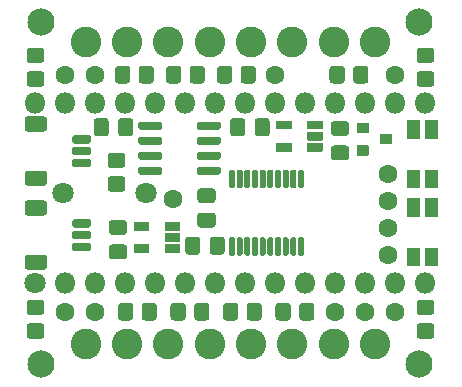
<source format=gbs>
G04 #@! TF.GenerationSoftware,KiCad,Pcbnew,(5.1.9)-1*
G04 #@! TF.CreationDate,2021-03-27T20:31:15-07:00*
G04 #@! TF.ProjectId,nibelung,6e696265-6c75-46e6-972e-6b696361645f,rev?*
G04 #@! TF.SameCoordinates,PX621abf0PY7065700*
G04 #@! TF.FileFunction,Soldermask,Bot*
G04 #@! TF.FilePolarity,Negative*
%FSLAX46Y46*%
G04 Gerber Fmt 4.6, Leading zero omitted, Abs format (unit mm)*
G04 Created by KiCad (PCBNEW (5.1.9)-1) date 2021-03-27 20:31:15*
%MOMM*%
%LPD*%
G01*
G04 APERTURE LIST*
%ADD10C,1.601600*%
%ADD11C,1.801600*%
%ADD12C,2.601600*%
%ADD13O,1.801600X1.801600*%
%ADD14C,2.301600*%
G04 APERTURE END LIST*
D10*
X6350000Y6223000D03*
X3810000Y6223000D03*
X31750000Y26289000D03*
X29210000Y6223000D03*
X12954000Y15748000D03*
X31750000Y6223000D03*
X26670000Y6223000D03*
X31115000Y17907000D03*
X31115000Y15621000D03*
X31115000Y11049000D03*
X31115000Y13335000D03*
G36*
G01*
X30471200Y20428000D02*
X30471200Y21228000D01*
G75*
G02*
X30522000Y21278800I50800J0D01*
G01*
X31422000Y21278800D01*
G75*
G02*
X31472800Y21228000I0J-50800D01*
G01*
X31472800Y20428000D01*
G75*
G02*
X31422000Y20377200I-50800J0D01*
G01*
X30522000Y20377200D01*
G75*
G02*
X30471200Y20428000I0J50800D01*
G01*
G37*
G36*
G01*
X28471200Y21378000D02*
X28471200Y22178000D01*
G75*
G02*
X28522000Y22228800I50800J0D01*
G01*
X29422000Y22228800D01*
G75*
G02*
X29472800Y22178000I0J-50800D01*
G01*
X29472800Y21378000D01*
G75*
G02*
X29422000Y21327200I-50800J0D01*
G01*
X28522000Y21327200D01*
G75*
G02*
X28471200Y21378000I0J50800D01*
G01*
G37*
G36*
G01*
X28471200Y19478000D02*
X28471200Y20278000D01*
G75*
G02*
X28522000Y20328800I50800J0D01*
G01*
X29422000Y20328800D01*
G75*
G02*
X29472800Y20278000I0J-50800D01*
G01*
X29472800Y19478000D01*
G75*
G02*
X29422000Y19427200I-50800J0D01*
G01*
X28522000Y19427200D01*
G75*
G02*
X28471200Y19478000I0J50800D01*
G01*
G37*
X21590000Y26289000D03*
X3810000Y26289000D03*
X6350000Y26289000D03*
G36*
G01*
X17777600Y12530800D02*
X18028400Y12530800D01*
G75*
G02*
X18153800Y12405400I0J-125400D01*
G01*
X18153800Y11079600D01*
G75*
G02*
X18028400Y10954200I-125400J0D01*
G01*
X17777600Y10954200D01*
G75*
G02*
X17652200Y11079600I0J125400D01*
G01*
X17652200Y12405400D01*
G75*
G02*
X17777600Y12530800I125400J0D01*
G01*
G37*
G36*
G01*
X18427600Y12530800D02*
X18678400Y12530800D01*
G75*
G02*
X18803800Y12405400I0J-125400D01*
G01*
X18803800Y11079600D01*
G75*
G02*
X18678400Y10954200I-125400J0D01*
G01*
X18427600Y10954200D01*
G75*
G02*
X18302200Y11079600I0J125400D01*
G01*
X18302200Y12405400D01*
G75*
G02*
X18427600Y12530800I125400J0D01*
G01*
G37*
G36*
G01*
X19077600Y12530800D02*
X19328400Y12530800D01*
G75*
G02*
X19453800Y12405400I0J-125400D01*
G01*
X19453800Y11079600D01*
G75*
G02*
X19328400Y10954200I-125400J0D01*
G01*
X19077600Y10954200D01*
G75*
G02*
X18952200Y11079600I0J125400D01*
G01*
X18952200Y12405400D01*
G75*
G02*
X19077600Y12530800I125400J0D01*
G01*
G37*
G36*
G01*
X19727600Y12530800D02*
X19978400Y12530800D01*
G75*
G02*
X20103800Y12405400I0J-125400D01*
G01*
X20103800Y11079600D01*
G75*
G02*
X19978400Y10954200I-125400J0D01*
G01*
X19727600Y10954200D01*
G75*
G02*
X19602200Y11079600I0J125400D01*
G01*
X19602200Y12405400D01*
G75*
G02*
X19727600Y12530800I125400J0D01*
G01*
G37*
G36*
G01*
X20377600Y12530800D02*
X20628400Y12530800D01*
G75*
G02*
X20753800Y12405400I0J-125400D01*
G01*
X20753800Y11079600D01*
G75*
G02*
X20628400Y10954200I-125400J0D01*
G01*
X20377600Y10954200D01*
G75*
G02*
X20252200Y11079600I0J125400D01*
G01*
X20252200Y12405400D01*
G75*
G02*
X20377600Y12530800I125400J0D01*
G01*
G37*
G36*
G01*
X21027600Y12530800D02*
X21278400Y12530800D01*
G75*
G02*
X21403800Y12405400I0J-125400D01*
G01*
X21403800Y11079600D01*
G75*
G02*
X21278400Y10954200I-125400J0D01*
G01*
X21027600Y10954200D01*
G75*
G02*
X20902200Y11079600I0J125400D01*
G01*
X20902200Y12405400D01*
G75*
G02*
X21027600Y12530800I125400J0D01*
G01*
G37*
G36*
G01*
X21677600Y12530800D02*
X21928400Y12530800D01*
G75*
G02*
X22053800Y12405400I0J-125400D01*
G01*
X22053800Y11079600D01*
G75*
G02*
X21928400Y10954200I-125400J0D01*
G01*
X21677600Y10954200D01*
G75*
G02*
X21552200Y11079600I0J125400D01*
G01*
X21552200Y12405400D01*
G75*
G02*
X21677600Y12530800I125400J0D01*
G01*
G37*
G36*
G01*
X22327600Y12530800D02*
X22578400Y12530800D01*
G75*
G02*
X22703800Y12405400I0J-125400D01*
G01*
X22703800Y11079600D01*
G75*
G02*
X22578400Y10954200I-125400J0D01*
G01*
X22327600Y10954200D01*
G75*
G02*
X22202200Y11079600I0J125400D01*
G01*
X22202200Y12405400D01*
G75*
G02*
X22327600Y12530800I125400J0D01*
G01*
G37*
G36*
G01*
X22977600Y12530800D02*
X23228400Y12530800D01*
G75*
G02*
X23353800Y12405400I0J-125400D01*
G01*
X23353800Y11079600D01*
G75*
G02*
X23228400Y10954200I-125400J0D01*
G01*
X22977600Y10954200D01*
G75*
G02*
X22852200Y11079600I0J125400D01*
G01*
X22852200Y12405400D01*
G75*
G02*
X22977600Y12530800I125400J0D01*
G01*
G37*
G36*
G01*
X23627600Y12530800D02*
X23878400Y12530800D01*
G75*
G02*
X24003800Y12405400I0J-125400D01*
G01*
X24003800Y11079600D01*
G75*
G02*
X23878400Y10954200I-125400J0D01*
G01*
X23627600Y10954200D01*
G75*
G02*
X23502200Y11079600I0J125400D01*
G01*
X23502200Y12405400D01*
G75*
G02*
X23627600Y12530800I125400J0D01*
G01*
G37*
G36*
G01*
X23627600Y18255800D02*
X23878400Y18255800D01*
G75*
G02*
X24003800Y18130400I0J-125400D01*
G01*
X24003800Y16804600D01*
G75*
G02*
X23878400Y16679200I-125400J0D01*
G01*
X23627600Y16679200D01*
G75*
G02*
X23502200Y16804600I0J125400D01*
G01*
X23502200Y18130400D01*
G75*
G02*
X23627600Y18255800I125400J0D01*
G01*
G37*
G36*
G01*
X22977600Y18255800D02*
X23228400Y18255800D01*
G75*
G02*
X23353800Y18130400I0J-125400D01*
G01*
X23353800Y16804600D01*
G75*
G02*
X23228400Y16679200I-125400J0D01*
G01*
X22977600Y16679200D01*
G75*
G02*
X22852200Y16804600I0J125400D01*
G01*
X22852200Y18130400D01*
G75*
G02*
X22977600Y18255800I125400J0D01*
G01*
G37*
G36*
G01*
X22327600Y18255800D02*
X22578400Y18255800D01*
G75*
G02*
X22703800Y18130400I0J-125400D01*
G01*
X22703800Y16804600D01*
G75*
G02*
X22578400Y16679200I-125400J0D01*
G01*
X22327600Y16679200D01*
G75*
G02*
X22202200Y16804600I0J125400D01*
G01*
X22202200Y18130400D01*
G75*
G02*
X22327600Y18255800I125400J0D01*
G01*
G37*
G36*
G01*
X21677600Y18255800D02*
X21928400Y18255800D01*
G75*
G02*
X22053800Y18130400I0J-125400D01*
G01*
X22053800Y16804600D01*
G75*
G02*
X21928400Y16679200I-125400J0D01*
G01*
X21677600Y16679200D01*
G75*
G02*
X21552200Y16804600I0J125400D01*
G01*
X21552200Y18130400D01*
G75*
G02*
X21677600Y18255800I125400J0D01*
G01*
G37*
G36*
G01*
X21027600Y18255800D02*
X21278400Y18255800D01*
G75*
G02*
X21403800Y18130400I0J-125400D01*
G01*
X21403800Y16804600D01*
G75*
G02*
X21278400Y16679200I-125400J0D01*
G01*
X21027600Y16679200D01*
G75*
G02*
X20902200Y16804600I0J125400D01*
G01*
X20902200Y18130400D01*
G75*
G02*
X21027600Y18255800I125400J0D01*
G01*
G37*
G36*
G01*
X20377600Y18255800D02*
X20628400Y18255800D01*
G75*
G02*
X20753800Y18130400I0J-125400D01*
G01*
X20753800Y16804600D01*
G75*
G02*
X20628400Y16679200I-125400J0D01*
G01*
X20377600Y16679200D01*
G75*
G02*
X20252200Y16804600I0J125400D01*
G01*
X20252200Y18130400D01*
G75*
G02*
X20377600Y18255800I125400J0D01*
G01*
G37*
G36*
G01*
X19727600Y18255800D02*
X19978400Y18255800D01*
G75*
G02*
X20103800Y18130400I0J-125400D01*
G01*
X20103800Y16804600D01*
G75*
G02*
X19978400Y16679200I-125400J0D01*
G01*
X19727600Y16679200D01*
G75*
G02*
X19602200Y16804600I0J125400D01*
G01*
X19602200Y18130400D01*
G75*
G02*
X19727600Y18255800I125400J0D01*
G01*
G37*
G36*
G01*
X19077600Y18255800D02*
X19328400Y18255800D01*
G75*
G02*
X19453800Y18130400I0J-125400D01*
G01*
X19453800Y16804600D01*
G75*
G02*
X19328400Y16679200I-125400J0D01*
G01*
X19077600Y16679200D01*
G75*
G02*
X18952200Y16804600I0J125400D01*
G01*
X18952200Y18130400D01*
G75*
G02*
X19077600Y18255800I125400J0D01*
G01*
G37*
G36*
G01*
X18427600Y18255800D02*
X18678400Y18255800D01*
G75*
G02*
X18803800Y18130400I0J-125400D01*
G01*
X18803800Y16804600D01*
G75*
G02*
X18678400Y16679200I-125400J0D01*
G01*
X18427600Y16679200D01*
G75*
G02*
X18302200Y16804600I0J125400D01*
G01*
X18302200Y18130400D01*
G75*
G02*
X18427600Y18255800I125400J0D01*
G01*
G37*
G36*
G01*
X17777600Y18255800D02*
X18028400Y18255800D01*
G75*
G02*
X18153800Y18130400I0J-125400D01*
G01*
X18153800Y16804600D01*
G75*
G02*
X18028400Y16679200I-125400J0D01*
G01*
X17777600Y16679200D01*
G75*
G02*
X17652200Y16804600I0J125400D01*
G01*
X17652200Y18130400D01*
G75*
G02*
X17777600Y18255800I125400J0D01*
G01*
G37*
D11*
X10596000Y16256000D03*
X3596000Y16256000D03*
D12*
X30030000Y3467100D03*
X26530000Y3467100D03*
X23030000Y3467100D03*
X19530000Y3467100D03*
X16030000Y3467100D03*
X12530000Y3467100D03*
X5530000Y3467100D03*
X9030000Y3467100D03*
X5530000Y29044900D03*
X9030000Y29044900D03*
X12530000Y29044900D03*
X16030000Y29044900D03*
X19530000Y29044900D03*
X23030000Y29044900D03*
X30030000Y29044900D03*
X26530000Y29044900D03*
D13*
X3810000Y8636000D03*
X6350000Y8636000D03*
X8890000Y8636000D03*
X11430000Y8636000D03*
X13970000Y8636000D03*
X16510000Y8636000D03*
X19050000Y8636000D03*
X21590000Y8636000D03*
X24130000Y8636000D03*
X26670000Y8636000D03*
X29210000Y8636000D03*
X31750000Y8636000D03*
X34290000Y8636000D03*
X34290000Y23876000D03*
X31750000Y23876000D03*
X29210000Y23876000D03*
X26670000Y23876000D03*
X24130000Y23876000D03*
X21590000Y23876000D03*
X19050000Y23876000D03*
X16510000Y23876000D03*
X13970000Y23876000D03*
X11430000Y23876000D03*
X8890000Y23876000D03*
X6350000Y23876000D03*
X3810000Y23876000D03*
X1270000Y23876000D03*
D11*
X1270000Y8636000D03*
D14*
X33782000Y1778000D03*
X1778000Y1778000D03*
X33782000Y30734000D03*
X1778000Y30734000D03*
G36*
G01*
X1979635Y14349200D02*
X620365Y14349200D01*
G75*
G02*
X349200Y14620365I0J271165D01*
G01*
X349200Y15379635D01*
G75*
G02*
X620365Y15650800I271165J0D01*
G01*
X1979635Y15650800D01*
G75*
G02*
X2250800Y15379635I0J-271165D01*
G01*
X2250800Y14620365D01*
G75*
G02*
X1979635Y14349200I-271165J0D01*
G01*
G37*
G36*
G01*
X1979635Y9749200D02*
X620365Y9749200D01*
G75*
G02*
X349200Y10020365I0J271165D01*
G01*
X349200Y10779635D01*
G75*
G02*
X620365Y11050800I271165J0D01*
G01*
X1979635Y11050800D01*
G75*
G02*
X2250800Y10779635I0J-271165D01*
G01*
X2250800Y10020365D01*
G75*
G02*
X1979635Y9749200I-271165J0D01*
G01*
G37*
G36*
G01*
X5825400Y13349200D02*
X4524600Y13349200D01*
G75*
G02*
X4349200Y13524600I0J175400D01*
G01*
X4349200Y13875400D01*
G75*
G02*
X4524600Y14050800I175400J0D01*
G01*
X5825400Y14050800D01*
G75*
G02*
X6000800Y13875400I0J-175400D01*
G01*
X6000800Y13524600D01*
G75*
G02*
X5825400Y13349200I-175400J0D01*
G01*
G37*
G36*
G01*
X5825400Y12349200D02*
X4524600Y12349200D01*
G75*
G02*
X4349200Y12524600I0J175400D01*
G01*
X4349200Y12875400D01*
G75*
G02*
X4524600Y13050800I175400J0D01*
G01*
X5825400Y13050800D01*
G75*
G02*
X6000800Y12875400I0J-175400D01*
G01*
X6000800Y12524600D01*
G75*
G02*
X5825400Y12349200I-175400J0D01*
G01*
G37*
G36*
G01*
X5825400Y11349200D02*
X4524600Y11349200D01*
G75*
G02*
X4349200Y11524600I0J175400D01*
G01*
X4349200Y11875400D01*
G75*
G02*
X4524600Y12050800I175400J0D01*
G01*
X5825400Y12050800D01*
G75*
G02*
X6000800Y11875400I0J-175400D01*
G01*
X6000800Y11524600D01*
G75*
G02*
X5825400Y11349200I-175400J0D01*
G01*
G37*
G36*
G01*
X34286000Y15854800D02*
X35286000Y15854800D01*
G75*
G02*
X35336800Y15804000I0J-50800D01*
G01*
X35336800Y14304000D01*
G75*
G02*
X35286000Y14253200I-50800J0D01*
G01*
X34286000Y14253200D01*
G75*
G02*
X34235200Y14304000I0J50800D01*
G01*
X34235200Y15804000D01*
G75*
G02*
X34286000Y15854800I50800J0D01*
G01*
G37*
G36*
G01*
X34286000Y11654800D02*
X35286000Y11654800D01*
G75*
G02*
X35336800Y11604000I0J-50800D01*
G01*
X35336800Y10104000D01*
G75*
G02*
X35286000Y10053200I-50800J0D01*
G01*
X34286000Y10053200D01*
G75*
G02*
X34235200Y10104000I0J50800D01*
G01*
X34235200Y11604000D01*
G75*
G02*
X34286000Y11654800I50800J0D01*
G01*
G37*
G36*
G01*
X32786000Y11654800D02*
X33786000Y11654800D01*
G75*
G02*
X33836800Y11604000I0J-50800D01*
G01*
X33836800Y10104000D01*
G75*
G02*
X33786000Y10053200I-50800J0D01*
G01*
X32786000Y10053200D01*
G75*
G02*
X32735200Y10104000I0J50800D01*
G01*
X32735200Y11604000D01*
G75*
G02*
X32786000Y11654800I50800J0D01*
G01*
G37*
G36*
G01*
X32786000Y15854800D02*
X33786000Y15854800D01*
G75*
G02*
X33836800Y15804000I0J-50800D01*
G01*
X33836800Y14304000D01*
G75*
G02*
X33786000Y14253200I-50800J0D01*
G01*
X32786000Y14253200D01*
G75*
G02*
X32735200Y14304000I0J50800D01*
G01*
X32735200Y15804000D01*
G75*
G02*
X32786000Y15854800I50800J0D01*
G01*
G37*
G36*
G01*
X34286000Y22458800D02*
X35286000Y22458800D01*
G75*
G02*
X35336800Y22408000I0J-50800D01*
G01*
X35336800Y20908000D01*
G75*
G02*
X35286000Y20857200I-50800J0D01*
G01*
X34286000Y20857200D01*
G75*
G02*
X34235200Y20908000I0J50800D01*
G01*
X34235200Y22408000D01*
G75*
G02*
X34286000Y22458800I50800J0D01*
G01*
G37*
G36*
G01*
X34286000Y18258800D02*
X35286000Y18258800D01*
G75*
G02*
X35336800Y18208000I0J-50800D01*
G01*
X35336800Y16708000D01*
G75*
G02*
X35286000Y16657200I-50800J0D01*
G01*
X34286000Y16657200D01*
G75*
G02*
X34235200Y16708000I0J50800D01*
G01*
X34235200Y18208000D01*
G75*
G02*
X34286000Y18258800I50800J0D01*
G01*
G37*
G36*
G01*
X32786000Y18258800D02*
X33786000Y18258800D01*
G75*
G02*
X33836800Y18208000I0J-50800D01*
G01*
X33836800Y16708000D01*
G75*
G02*
X33786000Y16657200I-50800J0D01*
G01*
X32786000Y16657200D01*
G75*
G02*
X32735200Y16708000I0J50800D01*
G01*
X32735200Y18208000D01*
G75*
G02*
X32786000Y18258800I50800J0D01*
G01*
G37*
G36*
G01*
X32786000Y22458800D02*
X33786000Y22458800D01*
G75*
G02*
X33836800Y22408000I0J-50800D01*
G01*
X33836800Y20908000D01*
G75*
G02*
X33786000Y20857200I-50800J0D01*
G01*
X32786000Y20857200D01*
G75*
G02*
X32735200Y20908000I0J50800D01*
G01*
X32735200Y22408000D01*
G75*
G02*
X32786000Y22458800I50800J0D01*
G01*
G37*
G36*
G01*
X25592800Y22357000D02*
X25592800Y21707000D01*
G75*
G02*
X25542000Y21656200I-50800J0D01*
G01*
X24322000Y21656200D01*
G75*
G02*
X24271200Y21707000I0J50800D01*
G01*
X24271200Y22357000D01*
G75*
G02*
X24322000Y22407800I50800J0D01*
G01*
X25542000Y22407800D01*
G75*
G02*
X25592800Y22357000I0J-50800D01*
G01*
G37*
G36*
G01*
X25592800Y21407000D02*
X25592800Y20757000D01*
G75*
G02*
X25542000Y20706200I-50800J0D01*
G01*
X24322000Y20706200D01*
G75*
G02*
X24271200Y20757000I0J50800D01*
G01*
X24271200Y21407000D01*
G75*
G02*
X24322000Y21457800I50800J0D01*
G01*
X25542000Y21457800D01*
G75*
G02*
X25592800Y21407000I0J-50800D01*
G01*
G37*
G36*
G01*
X25592800Y20457000D02*
X25592800Y19807000D01*
G75*
G02*
X25542000Y19756200I-50800J0D01*
G01*
X24322000Y19756200D01*
G75*
G02*
X24271200Y19807000I0J50800D01*
G01*
X24271200Y20457000D01*
G75*
G02*
X24322000Y20507800I50800J0D01*
G01*
X25542000Y20507800D01*
G75*
G02*
X25592800Y20457000I0J-50800D01*
G01*
G37*
G36*
G01*
X22972800Y20457000D02*
X22972800Y19807000D01*
G75*
G02*
X22922000Y19756200I-50800J0D01*
G01*
X21702000Y19756200D01*
G75*
G02*
X21651200Y19807000I0J50800D01*
G01*
X21651200Y20457000D01*
G75*
G02*
X21702000Y20507800I50800J0D01*
G01*
X22922000Y20507800D01*
G75*
G02*
X22972800Y20457000I0J-50800D01*
G01*
G37*
G36*
G01*
X22972800Y22357000D02*
X22972800Y21707000D01*
G75*
G02*
X22922000Y21656200I-50800J0D01*
G01*
X21702000Y21656200D01*
G75*
G02*
X21651200Y21707000I0J50800D01*
G01*
X21651200Y22357000D01*
G75*
G02*
X21702000Y22407800I50800J0D01*
G01*
X22922000Y22407800D01*
G75*
G02*
X22972800Y22357000I0J-50800D01*
G01*
G37*
G36*
G01*
X16252183Y15406700D02*
X15243817Y15406700D01*
G75*
G02*
X14972200Y15678317I0J271617D01*
G01*
X14972200Y16411683D01*
G75*
G02*
X15243817Y16683300I271617J0D01*
G01*
X16252183Y16683300D01*
G75*
G02*
X16523800Y16411683I0J-271617D01*
G01*
X16523800Y15678317D01*
G75*
G02*
X16252183Y15406700I-271617J0D01*
G01*
G37*
G36*
G01*
X16252183Y13331700D02*
X15243817Y13331700D01*
G75*
G02*
X14972200Y13603317I0J271617D01*
G01*
X14972200Y14336683D01*
G75*
G02*
X15243817Y14608300I271617J0D01*
G01*
X16252183Y14608300D01*
G75*
G02*
X16523800Y14336683I0J-271617D01*
G01*
X16523800Y13603317D01*
G75*
G02*
X16252183Y13331700I-271617J0D01*
G01*
G37*
G36*
G01*
X19031800Y22348183D02*
X19031800Y21339817D01*
G75*
G02*
X18760183Y21068200I-271617J0D01*
G01*
X18026817Y21068200D01*
G75*
G02*
X17755200Y21339817I0J271617D01*
G01*
X17755200Y22348183D01*
G75*
G02*
X18026817Y22619800I271617J0D01*
G01*
X18760183Y22619800D01*
G75*
G02*
X19031800Y22348183I0J-271617D01*
G01*
G37*
G36*
G01*
X21106800Y22348183D02*
X21106800Y21339817D01*
G75*
G02*
X20835183Y21068200I-271617J0D01*
G01*
X20101817Y21068200D01*
G75*
G02*
X19830200Y21339817I0J271617D01*
G01*
X19830200Y22348183D01*
G75*
G02*
X20101817Y22619800I271617J0D01*
G01*
X20835183Y22619800D01*
G75*
G02*
X21106800Y22348183I0J-271617D01*
G01*
G37*
G36*
G01*
X26546817Y20301800D02*
X27555183Y20301800D01*
G75*
G02*
X27826800Y20030183I0J-271617D01*
G01*
X27826800Y19296817D01*
G75*
G02*
X27555183Y19025200I-271617J0D01*
G01*
X26546817Y19025200D01*
G75*
G02*
X26275200Y19296817I0J271617D01*
G01*
X26275200Y20030183D01*
G75*
G02*
X26546817Y20301800I271617J0D01*
G01*
G37*
G36*
G01*
X26546817Y22376800D02*
X27555183Y22376800D01*
G75*
G02*
X27826800Y22105183I0J-271617D01*
G01*
X27826800Y21371817D01*
G75*
G02*
X27555183Y21100200I-271617J0D01*
G01*
X26546817Y21100200D01*
G75*
G02*
X26275200Y21371817I0J271617D01*
G01*
X26275200Y22105183D01*
G75*
G02*
X26546817Y22376800I271617J0D01*
G01*
G37*
G36*
G01*
X10907800Y13787000D02*
X10907800Y13137000D01*
G75*
G02*
X10857000Y13086200I-50800J0D01*
G01*
X9637000Y13086200D01*
G75*
G02*
X9586200Y13137000I0J50800D01*
G01*
X9586200Y13787000D01*
G75*
G02*
X9637000Y13837800I50800J0D01*
G01*
X10857000Y13837800D01*
G75*
G02*
X10907800Y13787000I0J-50800D01*
G01*
G37*
G36*
G01*
X10907800Y11887000D02*
X10907800Y11237000D01*
G75*
G02*
X10857000Y11186200I-50800J0D01*
G01*
X9637000Y11186200D01*
G75*
G02*
X9586200Y11237000I0J50800D01*
G01*
X9586200Y11887000D01*
G75*
G02*
X9637000Y11937800I50800J0D01*
G01*
X10857000Y11937800D01*
G75*
G02*
X10907800Y11887000I0J-50800D01*
G01*
G37*
G36*
G01*
X13527800Y11887000D02*
X13527800Y11237000D01*
G75*
G02*
X13477000Y11186200I-50800J0D01*
G01*
X12257000Y11186200D01*
G75*
G02*
X12206200Y11237000I0J50800D01*
G01*
X12206200Y11887000D01*
G75*
G02*
X12257000Y11937800I50800J0D01*
G01*
X13477000Y11937800D01*
G75*
G02*
X13527800Y11887000I0J-50800D01*
G01*
G37*
G36*
G01*
X13527800Y12837000D02*
X13527800Y12187000D01*
G75*
G02*
X13477000Y12136200I-50800J0D01*
G01*
X12257000Y12136200D01*
G75*
G02*
X12206200Y12187000I0J50800D01*
G01*
X12206200Y12837000D01*
G75*
G02*
X12257000Y12887800I50800J0D01*
G01*
X13477000Y12887800D01*
G75*
G02*
X13527800Y12837000I0J-50800D01*
G01*
G37*
G36*
G01*
X13527800Y13787000D02*
X13527800Y13137000D01*
G75*
G02*
X13477000Y13086200I-50800J0D01*
G01*
X12257000Y13086200D01*
G75*
G02*
X12206200Y13137000I0J50800D01*
G01*
X12206200Y13787000D01*
G75*
G02*
X12257000Y13837800I50800J0D01*
G01*
X13477000Y13837800D01*
G75*
G02*
X13527800Y13787000I0J-50800D01*
G01*
G37*
G36*
G01*
X33810365Y28574800D02*
X34769635Y28574800D01*
G75*
G02*
X35040800Y28303635I0J-271165D01*
G01*
X35040800Y27544365D01*
G75*
G02*
X34769635Y27273200I-271165J0D01*
G01*
X33810365Y27273200D01*
G75*
G02*
X33539200Y27544365I0J271165D01*
G01*
X33539200Y28303635D01*
G75*
G02*
X33810365Y28574800I271165J0D01*
G01*
G37*
G36*
G01*
X33810365Y26574800D02*
X34769635Y26574800D01*
G75*
G02*
X35040800Y26303635I0J-271165D01*
G01*
X35040800Y25544365D01*
G75*
G02*
X34769635Y25273200I-271165J0D01*
G01*
X33810365Y25273200D01*
G75*
G02*
X33539200Y25544365I0J271165D01*
G01*
X33539200Y26303635D01*
G75*
G02*
X33810365Y26574800I271165J0D01*
G01*
G37*
G36*
G01*
X34769635Y3937200D02*
X33810365Y3937200D01*
G75*
G02*
X33539200Y4208365I0J271165D01*
G01*
X33539200Y4967635D01*
G75*
G02*
X33810365Y5238800I271165J0D01*
G01*
X34769635Y5238800D01*
G75*
G02*
X35040800Y4967635I0J-271165D01*
G01*
X35040800Y4208365D01*
G75*
G02*
X34769635Y3937200I-271165J0D01*
G01*
G37*
G36*
G01*
X34769635Y5937200D02*
X33810365Y5937200D01*
G75*
G02*
X33539200Y6208365I0J271165D01*
G01*
X33539200Y6967635D01*
G75*
G02*
X33810365Y7238800I271165J0D01*
G01*
X34769635Y7238800D01*
G75*
G02*
X35040800Y6967635I0J-271165D01*
G01*
X35040800Y6208365D01*
G75*
G02*
X34769635Y5937200I-271165J0D01*
G01*
G37*
G36*
G01*
X1749635Y3937200D02*
X790365Y3937200D01*
G75*
G02*
X519200Y4208365I0J271165D01*
G01*
X519200Y4967635D01*
G75*
G02*
X790365Y5238800I271165J0D01*
G01*
X1749635Y5238800D01*
G75*
G02*
X2020800Y4967635I0J-271165D01*
G01*
X2020800Y4208365D01*
G75*
G02*
X1749635Y3937200I-271165J0D01*
G01*
G37*
G36*
G01*
X1749635Y5937200D02*
X790365Y5937200D01*
G75*
G02*
X519200Y6208365I0J271165D01*
G01*
X519200Y6967635D01*
G75*
G02*
X790365Y7238800I271165J0D01*
G01*
X1749635Y7238800D01*
G75*
G02*
X2020800Y6967635I0J-271165D01*
G01*
X2020800Y6208365D01*
G75*
G02*
X1749635Y5937200I-271165J0D01*
G01*
G37*
G36*
G01*
X790365Y28574800D02*
X1749635Y28574800D01*
G75*
G02*
X2020800Y28303635I0J-271165D01*
G01*
X2020800Y27544365D01*
G75*
G02*
X1749635Y27273200I-271165J0D01*
G01*
X790365Y27273200D01*
G75*
G02*
X519200Y27544365I0J271165D01*
G01*
X519200Y28303635D01*
G75*
G02*
X790365Y28574800I271165J0D01*
G01*
G37*
G36*
G01*
X790365Y26574800D02*
X1749635Y26574800D01*
G75*
G02*
X2020800Y26303635I0J-271165D01*
G01*
X2020800Y25544365D01*
G75*
G02*
X1749635Y25273200I-271165J0D01*
G01*
X790365Y25273200D01*
G75*
G02*
X519200Y25544365I0J271165D01*
G01*
X519200Y26303635D01*
G75*
G02*
X790365Y26574800I271165J0D01*
G01*
G37*
G36*
G01*
X12012800Y22146400D02*
X12012800Y21795600D01*
G75*
G02*
X11837400Y21620200I-175400J0D01*
G01*
X10136600Y21620200D01*
G75*
G02*
X9961200Y21795600I0J175400D01*
G01*
X9961200Y22146400D01*
G75*
G02*
X10136600Y22321800I175400J0D01*
G01*
X11837400Y22321800D01*
G75*
G02*
X12012800Y22146400I0J-175400D01*
G01*
G37*
G36*
G01*
X12012800Y20876400D02*
X12012800Y20525600D01*
G75*
G02*
X11837400Y20350200I-175400J0D01*
G01*
X10136600Y20350200D01*
G75*
G02*
X9961200Y20525600I0J175400D01*
G01*
X9961200Y20876400D01*
G75*
G02*
X10136600Y21051800I175400J0D01*
G01*
X11837400Y21051800D01*
G75*
G02*
X12012800Y20876400I0J-175400D01*
G01*
G37*
G36*
G01*
X12012800Y19606400D02*
X12012800Y19255600D01*
G75*
G02*
X11837400Y19080200I-175400J0D01*
G01*
X10136600Y19080200D01*
G75*
G02*
X9961200Y19255600I0J175400D01*
G01*
X9961200Y19606400D01*
G75*
G02*
X10136600Y19781800I175400J0D01*
G01*
X11837400Y19781800D01*
G75*
G02*
X12012800Y19606400I0J-175400D01*
G01*
G37*
G36*
G01*
X12012800Y18336400D02*
X12012800Y17985600D01*
G75*
G02*
X11837400Y17810200I-175400J0D01*
G01*
X10136600Y17810200D01*
G75*
G02*
X9961200Y17985600I0J175400D01*
G01*
X9961200Y18336400D01*
G75*
G02*
X10136600Y18511800I175400J0D01*
G01*
X11837400Y18511800D01*
G75*
G02*
X12012800Y18336400I0J-175400D01*
G01*
G37*
G36*
G01*
X16962800Y18336400D02*
X16962800Y17985600D01*
G75*
G02*
X16787400Y17810200I-175400J0D01*
G01*
X15086600Y17810200D01*
G75*
G02*
X14911200Y17985600I0J175400D01*
G01*
X14911200Y18336400D01*
G75*
G02*
X15086600Y18511800I175400J0D01*
G01*
X16787400Y18511800D01*
G75*
G02*
X16962800Y18336400I0J-175400D01*
G01*
G37*
G36*
G01*
X16962800Y19606400D02*
X16962800Y19255600D01*
G75*
G02*
X16787400Y19080200I-175400J0D01*
G01*
X15086600Y19080200D01*
G75*
G02*
X14911200Y19255600I0J175400D01*
G01*
X14911200Y19606400D01*
G75*
G02*
X15086600Y19781800I175400J0D01*
G01*
X16787400Y19781800D01*
G75*
G02*
X16962800Y19606400I0J-175400D01*
G01*
G37*
G36*
G01*
X16962800Y20876400D02*
X16962800Y20525600D01*
G75*
G02*
X16787400Y20350200I-175400J0D01*
G01*
X15086600Y20350200D01*
G75*
G02*
X14911200Y20525600I0J175400D01*
G01*
X14911200Y20876400D01*
G75*
G02*
X15086600Y21051800I175400J0D01*
G01*
X16787400Y21051800D01*
G75*
G02*
X16962800Y20876400I0J-175400D01*
G01*
G37*
G36*
G01*
X16962800Y22146400D02*
X16962800Y21795600D01*
G75*
G02*
X16787400Y21620200I-175400J0D01*
G01*
X15086600Y21620200D01*
G75*
G02*
X14911200Y21795600I0J175400D01*
G01*
X14911200Y22146400D01*
G75*
G02*
X15086600Y22321800I175400J0D01*
G01*
X16787400Y22321800D01*
G75*
G02*
X16962800Y22146400I0J-175400D01*
G01*
G37*
G36*
G01*
X1979635Y21461200D02*
X620365Y21461200D01*
G75*
G02*
X349200Y21732365I0J271165D01*
G01*
X349200Y22491635D01*
G75*
G02*
X620365Y22762800I271165J0D01*
G01*
X1979635Y22762800D01*
G75*
G02*
X2250800Y22491635I0J-271165D01*
G01*
X2250800Y21732365D01*
G75*
G02*
X1979635Y21461200I-271165J0D01*
G01*
G37*
G36*
G01*
X1979635Y16861200D02*
X620365Y16861200D01*
G75*
G02*
X349200Y17132365I0J271165D01*
G01*
X349200Y17891635D01*
G75*
G02*
X620365Y18162800I271165J0D01*
G01*
X1979635Y18162800D01*
G75*
G02*
X2250800Y17891635I0J-271165D01*
G01*
X2250800Y17132365D01*
G75*
G02*
X1979635Y16861200I-271165J0D01*
G01*
G37*
G36*
G01*
X5825400Y20461200D02*
X4524600Y20461200D01*
G75*
G02*
X4349200Y20636600I0J175400D01*
G01*
X4349200Y20987400D01*
G75*
G02*
X4524600Y21162800I175400J0D01*
G01*
X5825400Y21162800D01*
G75*
G02*
X6000800Y20987400I0J-175400D01*
G01*
X6000800Y20636600D01*
G75*
G02*
X5825400Y20461200I-175400J0D01*
G01*
G37*
G36*
G01*
X5825400Y19461200D02*
X4524600Y19461200D01*
G75*
G02*
X4349200Y19636600I0J175400D01*
G01*
X4349200Y19987400D01*
G75*
G02*
X4524600Y20162800I175400J0D01*
G01*
X5825400Y20162800D01*
G75*
G02*
X6000800Y19987400I0J-175400D01*
G01*
X6000800Y19636600D01*
G75*
G02*
X5825400Y19461200I-175400J0D01*
G01*
G37*
G36*
G01*
X5825400Y18461200D02*
X4524600Y18461200D01*
G75*
G02*
X4349200Y18636600I0J175400D01*
G01*
X4349200Y18987400D01*
G75*
G02*
X4524600Y19162800I175400J0D01*
G01*
X5825400Y19162800D01*
G75*
G02*
X6000800Y18987400I0J-175400D01*
G01*
X6000800Y18636600D01*
G75*
G02*
X5825400Y18461200I-175400J0D01*
G01*
G37*
G36*
G01*
X21590200Y5743365D02*
X21590200Y6702635D01*
G75*
G02*
X21861365Y6973800I271165J0D01*
G01*
X22620635Y6973800D01*
G75*
G02*
X22891800Y6702635I0J-271165D01*
G01*
X22891800Y5743365D01*
G75*
G02*
X22620635Y5472200I-271165J0D01*
G01*
X21861365Y5472200D01*
G75*
G02*
X21590200Y5743365I0J271165D01*
G01*
G37*
G36*
G01*
X23590200Y5743365D02*
X23590200Y6702635D01*
G75*
G02*
X23861365Y6973800I271165J0D01*
G01*
X24620635Y6973800D01*
G75*
G02*
X24891800Y6702635I0J-271165D01*
G01*
X24891800Y5743365D01*
G75*
G02*
X24620635Y5472200I-271165J0D01*
G01*
X23861365Y5472200D01*
G75*
G02*
X23590200Y5743365I0J271165D01*
G01*
G37*
G36*
G01*
X18446800Y6702635D02*
X18446800Y5743365D01*
G75*
G02*
X18175635Y5472200I-271165J0D01*
G01*
X17416365Y5472200D01*
G75*
G02*
X17145200Y5743365I0J271165D01*
G01*
X17145200Y6702635D01*
G75*
G02*
X17416365Y6973800I271165J0D01*
G01*
X18175635Y6973800D01*
G75*
G02*
X18446800Y6702635I0J-271165D01*
G01*
G37*
G36*
G01*
X20446800Y6702635D02*
X20446800Y5743365D01*
G75*
G02*
X20175635Y5472200I-271165J0D01*
G01*
X19416365Y5472200D01*
G75*
G02*
X19145200Y5743365I0J271165D01*
G01*
X19145200Y6702635D01*
G75*
G02*
X19416365Y6973800I271165J0D01*
G01*
X20175635Y6973800D01*
G75*
G02*
X20446800Y6702635I0J-271165D01*
G01*
G37*
G36*
G01*
X14700200Y5743365D02*
X14700200Y6702635D01*
G75*
G02*
X14971365Y6973800I271165J0D01*
G01*
X15730635Y6973800D01*
G75*
G02*
X16001800Y6702635I0J-271165D01*
G01*
X16001800Y5743365D01*
G75*
G02*
X15730635Y5472200I-271165J0D01*
G01*
X14971365Y5472200D01*
G75*
G02*
X14700200Y5743365I0J271165D01*
G01*
G37*
G36*
G01*
X12700200Y5743365D02*
X12700200Y6702635D01*
G75*
G02*
X12971365Y6973800I271165J0D01*
G01*
X13730635Y6973800D01*
G75*
G02*
X14001800Y6702635I0J-271165D01*
G01*
X14001800Y5743365D01*
G75*
G02*
X13730635Y5472200I-271165J0D01*
G01*
X12971365Y5472200D01*
G75*
G02*
X12700200Y5743365I0J271165D01*
G01*
G37*
G36*
G01*
X10255200Y5743365D02*
X10255200Y6702635D01*
G75*
G02*
X10526365Y6973800I271165J0D01*
G01*
X11285635Y6973800D01*
G75*
G02*
X11556800Y6702635I0J-271165D01*
G01*
X11556800Y5743365D01*
G75*
G02*
X11285635Y5472200I-271165J0D01*
G01*
X10526365Y5472200D01*
G75*
G02*
X10255200Y5743365I0J271165D01*
G01*
G37*
G36*
G01*
X8255200Y5743365D02*
X8255200Y6702635D01*
G75*
G02*
X8526365Y6973800I271165J0D01*
G01*
X9285635Y6973800D01*
G75*
G02*
X9556800Y6702635I0J-271165D01*
G01*
X9556800Y5743365D01*
G75*
G02*
X9285635Y5472200I-271165J0D01*
G01*
X8526365Y5472200D01*
G75*
G02*
X8255200Y5743365I0J271165D01*
G01*
G37*
G36*
G01*
X27463800Y26768635D02*
X27463800Y25809365D01*
G75*
G02*
X27192635Y25538200I-271165J0D01*
G01*
X26433365Y25538200D01*
G75*
G02*
X26162200Y25809365I0J271165D01*
G01*
X26162200Y26768635D01*
G75*
G02*
X26433365Y27039800I271165J0D01*
G01*
X27192635Y27039800D01*
G75*
G02*
X27463800Y26768635I0J-271165D01*
G01*
G37*
G36*
G01*
X29463800Y26768635D02*
X29463800Y25809365D01*
G75*
G02*
X29192635Y25538200I-271165J0D01*
G01*
X28433365Y25538200D01*
G75*
G02*
X28162200Y25809365I0J271165D01*
G01*
X28162200Y26768635D01*
G75*
G02*
X28433365Y27039800I271165J0D01*
G01*
X29192635Y27039800D01*
G75*
G02*
X29463800Y26768635I0J-271165D01*
G01*
G37*
G36*
G01*
X18637200Y25809365D02*
X18637200Y26768635D01*
G75*
G02*
X18908365Y27039800I271165J0D01*
G01*
X19667635Y27039800D01*
G75*
G02*
X19938800Y26768635I0J-271165D01*
G01*
X19938800Y25809365D01*
G75*
G02*
X19667635Y25538200I-271165J0D01*
G01*
X18908365Y25538200D01*
G75*
G02*
X18637200Y25809365I0J271165D01*
G01*
G37*
G36*
G01*
X16637200Y25809365D02*
X16637200Y26768635D01*
G75*
G02*
X16908365Y27039800I271165J0D01*
G01*
X17667635Y27039800D01*
G75*
G02*
X17938800Y26768635I0J-271165D01*
G01*
X17938800Y25809365D01*
G75*
G02*
X17667635Y25538200I-271165J0D01*
G01*
X16908365Y25538200D01*
G75*
G02*
X16637200Y25809365I0J271165D01*
G01*
G37*
G36*
G01*
X14319200Y25809365D02*
X14319200Y26768635D01*
G75*
G02*
X14590365Y27039800I271165J0D01*
G01*
X15349635Y27039800D01*
G75*
G02*
X15620800Y26768635I0J-271165D01*
G01*
X15620800Y25809365D01*
G75*
G02*
X15349635Y25538200I-271165J0D01*
G01*
X14590365Y25538200D01*
G75*
G02*
X14319200Y25809365I0J271165D01*
G01*
G37*
G36*
G01*
X12319200Y25809365D02*
X12319200Y26768635D01*
G75*
G02*
X12590365Y27039800I271165J0D01*
G01*
X13349635Y27039800D01*
G75*
G02*
X13620800Y26768635I0J-271165D01*
G01*
X13620800Y25809365D01*
G75*
G02*
X13349635Y25538200I-271165J0D01*
G01*
X12590365Y25538200D01*
G75*
G02*
X12319200Y25809365I0J271165D01*
G01*
G37*
G36*
G01*
X10001200Y25809365D02*
X10001200Y26768635D01*
G75*
G02*
X10272365Y27039800I271165J0D01*
G01*
X11031635Y27039800D01*
G75*
G02*
X11302800Y26768635I0J-271165D01*
G01*
X11302800Y25809365D01*
G75*
G02*
X11031635Y25538200I-271165J0D01*
G01*
X10272365Y25538200D01*
G75*
G02*
X10001200Y25809365I0J271165D01*
G01*
G37*
G36*
G01*
X8001200Y25809365D02*
X8001200Y26768635D01*
G75*
G02*
X8272365Y27039800I271165J0D01*
G01*
X9031635Y27039800D01*
G75*
G02*
X9302800Y26768635I0J-271165D01*
G01*
X9302800Y25809365D01*
G75*
G02*
X9031635Y25538200I-271165J0D01*
G01*
X8272365Y25538200D01*
G75*
G02*
X8001200Y25809365I0J271165D01*
G01*
G37*
G36*
G01*
X8607635Y18383200D02*
X7648365Y18383200D01*
G75*
G02*
X7377200Y18654365I0J271165D01*
G01*
X7377200Y19413635D01*
G75*
G02*
X7648365Y19684800I271165J0D01*
G01*
X8607635Y19684800D01*
G75*
G02*
X8878800Y19413635I0J-271165D01*
G01*
X8878800Y18654365D01*
G75*
G02*
X8607635Y18383200I-271165J0D01*
G01*
G37*
G36*
G01*
X8607635Y16383200D02*
X7648365Y16383200D01*
G75*
G02*
X7377200Y16654365I0J271165D01*
G01*
X7377200Y17413635D01*
G75*
G02*
X7648365Y17684800I271165J0D01*
G01*
X8607635Y17684800D01*
G75*
G02*
X8878800Y17413635I0J-271165D01*
G01*
X8878800Y16654365D01*
G75*
G02*
X8607635Y16383200I-271165J0D01*
G01*
G37*
G36*
G01*
X16020200Y11306817D02*
X16020200Y12315183D01*
G75*
G02*
X16291817Y12586800I271617J0D01*
G01*
X17025183Y12586800D01*
G75*
G02*
X17296800Y12315183I0J-271617D01*
G01*
X17296800Y11306817D01*
G75*
G02*
X17025183Y11035200I-271617J0D01*
G01*
X16291817Y11035200D01*
G75*
G02*
X16020200Y11306817I0J271617D01*
G01*
G37*
G36*
G01*
X13945200Y11306817D02*
X13945200Y12315183D01*
G75*
G02*
X14216817Y12586800I271617J0D01*
G01*
X14950183Y12586800D01*
G75*
G02*
X15221800Y12315183I0J-271617D01*
G01*
X15221800Y11306817D01*
G75*
G02*
X14950183Y11035200I-271617J0D01*
G01*
X14216817Y11035200D01*
G75*
G02*
X13945200Y11306817I0J271617D01*
G01*
G37*
G36*
G01*
X7750817Y11919800D02*
X8759183Y11919800D01*
G75*
G02*
X9030800Y11648183I0J-271617D01*
G01*
X9030800Y10914817D01*
G75*
G02*
X8759183Y10643200I-271617J0D01*
G01*
X7750817Y10643200D01*
G75*
G02*
X7479200Y10914817I0J271617D01*
G01*
X7479200Y11648183D01*
G75*
G02*
X7750817Y11919800I271617J0D01*
G01*
G37*
G36*
G01*
X7750817Y13994800D02*
X8759183Y13994800D01*
G75*
G02*
X9030800Y13723183I0J-271617D01*
G01*
X9030800Y12989817D01*
G75*
G02*
X8759183Y12718200I-271617J0D01*
G01*
X7750817Y12718200D01*
G75*
G02*
X7479200Y12989817I0J271617D01*
G01*
X7479200Y13723183D01*
G75*
G02*
X7750817Y13994800I271617J0D01*
G01*
G37*
G36*
G01*
X8273200Y21339817D02*
X8273200Y22348183D01*
G75*
G02*
X8544817Y22619800I271617J0D01*
G01*
X9278183Y22619800D01*
G75*
G02*
X9549800Y22348183I0J-271617D01*
G01*
X9549800Y21339817D01*
G75*
G02*
X9278183Y21068200I-271617J0D01*
G01*
X8544817Y21068200D01*
G75*
G02*
X8273200Y21339817I0J271617D01*
G01*
G37*
G36*
G01*
X6198200Y21339817D02*
X6198200Y22348183D01*
G75*
G02*
X6469817Y22619800I271617J0D01*
G01*
X7203183Y22619800D01*
G75*
G02*
X7474800Y22348183I0J-271617D01*
G01*
X7474800Y21339817D01*
G75*
G02*
X7203183Y21068200I-271617J0D01*
G01*
X6469817Y21068200D01*
G75*
G02*
X6198200Y21339817I0J271617D01*
G01*
G37*
M02*

</source>
